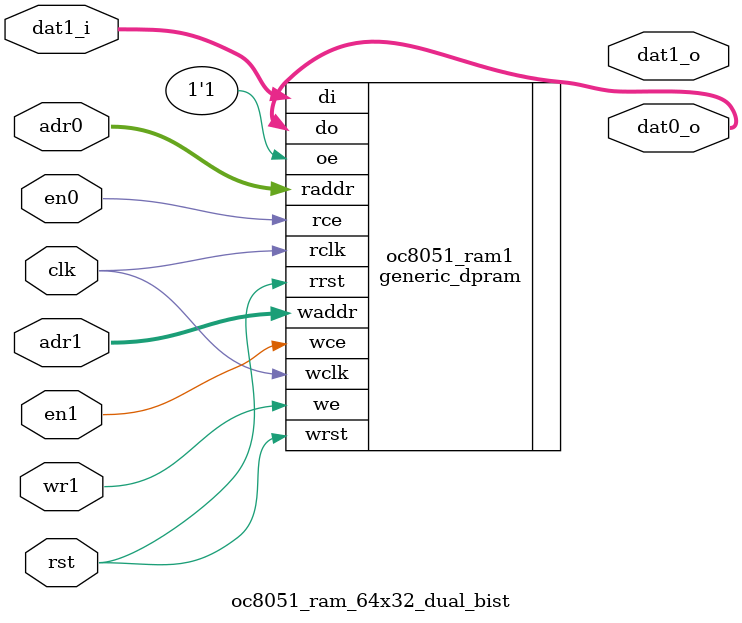
<source format=v>
`timescale 1ns/10ps
module oc8051_ram_64x32_dual_bist (
                     clk,
                     rst,
                     
		     adr0,
		     dat0_o,
		     en0,
		     
		     adr1,
		     dat1_i,
		     dat1_o,
		     en1,
		     wr1
		     );
parameter ADR_WIDTH = 6;
input         clk, 
              wr1, 
	      rst,
	      en0,
	      en1;
input  [7:0]  dat1_i;
input  [ADR_WIDTH-1:0]  adr0,
                        adr1;
output [7:0]  dat0_o,
              dat1_o;
reg    [7:0]  rd_data;
  
    
    
      generic_dpram #(ADR_WIDTH, 32) oc8051_ram1(
      	.rclk  ( clk            ),
      	.rrst  ( rst            ),
      	.rce   ( en0            ),
      	.oe    ( 1'b1           ),
      	.raddr ( adr0           ),
      	.do    ( dat0_o         ),
      
      	.wclk  ( clk            ),
      	.wrst  ( rst            ),
      	.wce   ( en1            ),
      	.we    ( wr1            ),
      	.waddr ( adr1           ),
      	.di    ( dat1_i         )
      );
    
    
  //OC8051_RAM_GENERIC
      //OC8051_RAM_VIRTUALSILICON  
      //OC8051_RAM_XILINX
endmodule

</source>
